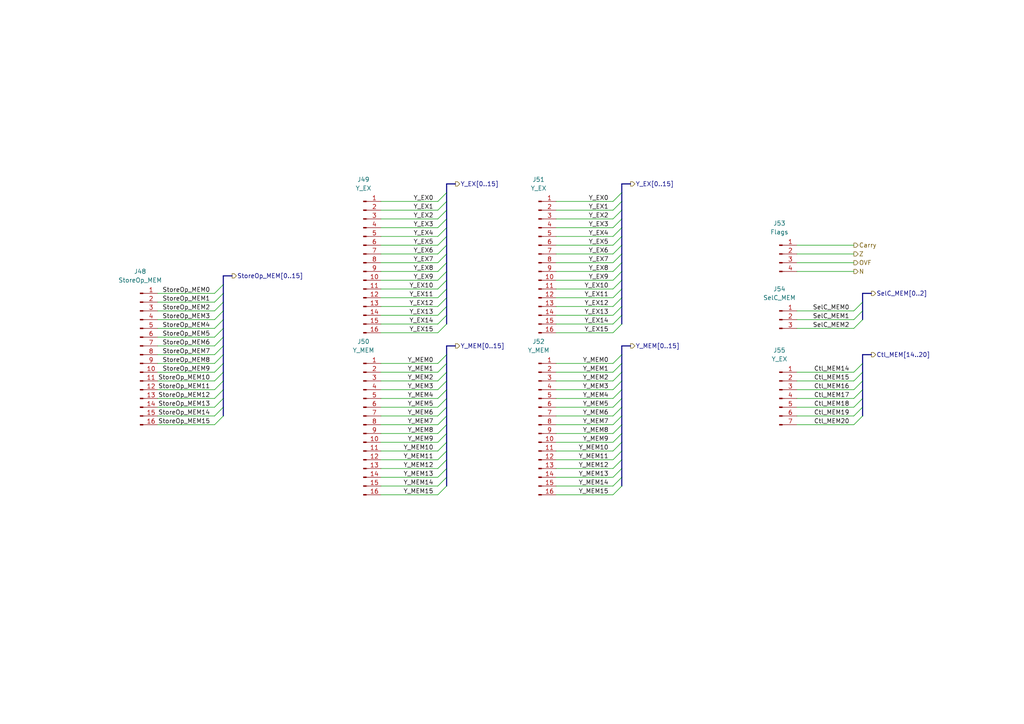
<source format=kicad_sch>
(kicad_sch (version 20230121) (generator eeschema)
  (paper "A4")
  (title_block (title "Turtle16: EX Module Outputs") (date "2023-03-24") (rev "B"))
  (lib_symbols
    (symbol "Connector:Conn_01x03_Pin" (pin_names (offset 1.016) hide)
      (property "Reference" "J" (at 0 5.08 0))
      (property "Value" "Conn_01x03_Pin" (at 0 -5.08 0))
      (symbol "Conn_01x03_Pin_1_1"
        (polyline (pts (xy 1.27 -2.54) (xy 0.8636 -2.54)) (stroke (width 0.1524)))
        (polyline (pts (xy 1.27 0) (xy 0.8636 0)) (stroke (width 0.1524)))
        (polyline (pts (xy 1.27 2.54) (xy 0.8636 2.54)) (stroke (width 0.1524)))
        (rectangle (start 0.8636 -2.413) (end 0 -2.667) (stroke (width 0.1524)) (fill (type outline)))
        (rectangle (start 0.8636 0.127) (end 0 -0.127) (stroke (width 0.1524)) (fill (type outline)))
        (rectangle (start 0.8636 2.667) (end 0 2.413) (stroke (width 0.1524)) (fill (type outline)))
        (pin passive line (at 5.08 2.54 180) (length 3.81) (name "Pin_1") (number "1"))
        (pin passive line (at 5.08 0 180) (length 3.81) (name "Pin_2") (number "2"))
        (pin passive line (at 5.08 -2.54 180) (length 3.81) (name "Pin_3") (number "3"))
      )
    )
    (symbol "Connector:Conn_01x04_Pin" (pin_names (offset 1.016) hide)
      (property "Reference" "J" (at 0 5.08 0))
      (property "Value" "Conn_01x04_Pin" (at 0 -7.62 0))
      (symbol "Conn_01x04_Pin_1_1"
        (polyline (pts (xy 1.27 -5.08) (xy 0.8636 -5.08)) (stroke (width 0.1524)))
        (polyline (pts (xy 1.27 -2.54) (xy 0.8636 -2.54)) (stroke (width 0.1524)))
        (polyline (pts (xy 1.27 0) (xy 0.8636 0)) (stroke (width 0.1524)))
        (polyline (pts (xy 1.27 2.54) (xy 0.8636 2.54)) (stroke (width 0.1524)))
        (rectangle (start 0.8636 -4.953) (end 0 -5.207) (stroke (width 0.1524)) (fill (type outline)))
        (rectangle (start 0.8636 -2.413) (end 0 -2.667) (stroke (width 0.1524)) (fill (type outline)))
        (rectangle (start 0.8636 0.127) (end 0 -0.127) (stroke (width 0.1524)) (fill (type outline)))
        (rectangle (start 0.8636 2.667) (end 0 2.413) (stroke (width 0.1524)) (fill (type outline)))
        (pin passive line (at 5.08 2.54 180) (length 3.81) (name "Pin_1") (number "1"))
        (pin passive line (at 5.08 0 180) (length 3.81) (name "Pin_2") (number "2"))
        (pin passive line (at 5.08 -2.54 180) (length 3.81) (name "Pin_3") (number "3"))
        (pin passive line (at 5.08 -5.08 180) (length 3.81) (name "Pin_4") (number "4"))
      )
    )
    (symbol "Connector:Conn_01x07_Pin" (pin_names (offset 1.016) hide)
      (property "Reference" "J" (at 0 10.16 0))
      (property "Value" "Conn_01x07_Pin" (at 0 -10.16 0))
      (symbol "Conn_01x07_Pin_1_1"
        (polyline (pts (xy 1.27 -7.62) (xy 0.8636 -7.62)) (stroke (width 0.1524)))
        (polyline (pts (xy 1.27 -5.08) (xy 0.8636 -5.08)) (stroke (width 0.1524)))
        (polyline (pts (xy 1.27 -2.54) (xy 0.8636 -2.54)) (stroke (width 0.1524)))
        (polyline (pts (xy 1.27 0) (xy 0.8636 0)) (stroke (width 0.1524)))
        (polyline (pts (xy 1.27 2.54) (xy 0.8636 2.54)) (stroke (width 0.1524)))
        (polyline (pts (xy 1.27 5.08) (xy 0.8636 5.08)) (stroke (width 0.1524)))
        (polyline (pts (xy 1.27 7.62) (xy 0.8636 7.62)) (stroke (width 0.1524)))
        (rectangle (start 0.8636 -7.493) (end 0 -7.747) (stroke (width 0.1524)) (fill (type outline)))
        (rectangle (start 0.8636 -4.953) (end 0 -5.207) (stroke (width 0.1524)) (fill (type outline)))
        (rectangle (start 0.8636 -2.413) (end 0 -2.667) (stroke (width 0.1524)) (fill (type outline)))
        (rectangle (start 0.8636 0.127) (end 0 -0.127) (stroke (width 0.1524)) (fill (type outline)))
        (rectangle (start 0.8636 2.667) (end 0 2.413) (stroke (width 0.1524)) (fill (type outline)))
        (rectangle (start 0.8636 5.207) (end 0 4.953) (stroke (width 0.1524)) (fill (type outline)))
        (rectangle (start 0.8636 7.747) (end 0 7.493) (stroke (width 0.1524)) (fill (type outline)))
        (pin passive line (at 5.08 7.62 180) (length 3.81) (name "Pin_1") (number "1"))
        (pin passive line (at 5.08 5.08 180) (length 3.81) (name "Pin_2") (number "2"))
        (pin passive line (at 5.08 2.54 180) (length 3.81) (name "Pin_3") (number "3"))
        (pin passive line (at 5.08 0 180) (length 3.81) (name "Pin_4") (number "4"))
        (pin passive line (at 5.08 -2.54 180) (length 3.81) (name "Pin_5") (number "5"))
        (pin passive line (at 5.08 -5.08 180) (length 3.81) (name "Pin_6") (number "6"))
        (pin passive line (at 5.08 -7.62 180) (length 3.81) (name "Pin_7") (number "7"))
      )
    )
    (symbol "Connector:Conn_01x16_Pin" (pin_names (offset 1.016) hide)
      (property "Reference" "J" (at 0 20.32 0))
      (property "Value" "Conn_01x16_Pin" (at 0 -22.86 0))
      (symbol "Conn_01x16_Pin_1_1"
        (polyline (pts (xy 1.27 -20.32) (xy 0.8636 -20.32)) (stroke (width 0.1524)))
        (polyline (pts (xy 1.27 -17.78) (xy 0.8636 -17.78)) (stroke (width 0.1524)))
        (polyline (pts (xy 1.27 -15.24) (xy 0.8636 -15.24)) (stroke (width 0.1524)))
        (polyline (pts (xy 1.27 -12.7) (xy 0.8636 -12.7)) (stroke (width 0.1524)))
        (polyline (pts (xy 1.27 -10.16) (xy 0.8636 -10.16)) (stroke (width 0.1524)))
        (polyline (pts (xy 1.27 -7.62) (xy 0.8636 -7.62)) (stroke (width 0.1524)))
        (polyline (pts (xy 1.27 -5.08) (xy 0.8636 -5.08)) (stroke (width 0.1524)))
        (polyline (pts (xy 1.27 -2.54) (xy 0.8636 -2.54)) (stroke (width 0.1524)))
        (polyline (pts (xy 1.27 0) (xy 0.8636 0)) (stroke (width 0.1524)))
        (polyline (pts (xy 1.27 2.54) (xy 0.8636 2.54)) (stroke (width 0.1524)))
        (polyline (pts (xy 1.27 5.08) (xy 0.8636 5.08)) (stroke (width 0.1524)))
        (polyline (pts (xy 1.27 7.62) (xy 0.8636 7.62)) (stroke (width 0.1524)))
        (polyline (pts (xy 1.27 10.16) (xy 0.8636 10.16)) (stroke (width 0.1524)))
        (polyline (pts (xy 1.27 12.7) (xy 0.8636 12.7)) (stroke (width 0.1524)))
        (polyline (pts (xy 1.27 15.24) (xy 0.8636 15.24)) (stroke (width 0.1524)))
        (polyline (pts (xy 1.27 17.78) (xy 0.8636 17.78)) (stroke (width 0.1524)))
        (rectangle (start 0.8636 -20.193) (end 0 -20.447) (stroke (width 0.1524)) (fill (type outline)))
        (rectangle (start 0.8636 -17.653) (end 0 -17.907) (stroke (width 0.1524)) (fill (type outline)))
        (rectangle (start 0.8636 -15.113) (end 0 -15.367) (stroke (width 0.1524)) (fill (type outline)))
        (rectangle (start 0.8636 -12.573) (end 0 -12.827) (stroke (width 0.1524)) (fill (type outline)))
        (rectangle (start 0.8636 -10.033) (end 0 -10.287) (stroke (width 0.1524)) (fill (type outline)))
        (rectangle (start 0.8636 -7.493) (end 0 -7.747) (stroke (width 0.1524)) (fill (type outline)))
        (rectangle (start 0.8636 -4.953) (end 0 -5.207) (stroke (width 0.1524)) (fill (type outline)))
        (rectangle (start 0.8636 -2.413) (end 0 -2.667) (stroke (width 0.1524)) (fill (type outline)))
        (rectangle (start 0.8636 0.127) (end 0 -0.127) (stroke (width 0.1524)) (fill (type outline)))
        (rectangle (start 0.8636 2.667) (end 0 2.413) (stroke (width 0.1524)) (fill (type outline)))
        (rectangle (start 0.8636 5.207) (end 0 4.953) (stroke (width 0.1524)) (fill (type outline)))
        (rectangle (start 0.8636 7.747) (end 0 7.493) (stroke (width 0.1524)) (fill (type outline)))
        (rectangle (start 0.8636 10.287) (end 0 10.033) (stroke (width 0.1524)) (fill (type outline)))
        (rectangle (start 0.8636 12.827) (end 0 12.573) (stroke (width 0.1524)) (fill (type outline)))
        (rectangle (start 0.8636 15.367) (end 0 15.113) (stroke (width 0.1524)) (fill (type outline)))
        (rectangle (start 0.8636 17.907) (end 0 17.653) (stroke (width 0.1524)) (fill (type outline)))
        (pin passive line (at 5.08 17.78 180) (length 3.81) (name "Pin_1") (number "1"))
        (pin passive line (at 5.08 -5.08 180) (length 3.81) (name "Pin_10") (number "10"))
        (pin passive line (at 5.08 -7.62 180) (length 3.81) (name "Pin_11") (number "11"))
        (pin passive line (at 5.08 -10.16 180) (length 3.81) (name "Pin_12") (number "12"))
        (pin passive line (at 5.08 -12.7 180) (length 3.81) (name "Pin_13") (number "13"))
        (pin passive line (at 5.08 -15.24 180) (length 3.81) (name "Pin_14") (number "14"))
        (pin passive line (at 5.08 -17.78 180) (length 3.81) (name "Pin_15") (number "15"))
        (pin passive line (at 5.08 -20.32 180) (length 3.81) (name "Pin_16") (number "16"))
        (pin passive line (at 5.08 15.24 180) (length 3.81) (name "Pin_2") (number "2"))
        (pin passive line (at 5.08 12.7 180) (length 3.81) (name "Pin_3") (number "3"))
        (pin passive line (at 5.08 10.16 180) (length 3.81) (name "Pin_4") (number "4"))
        (pin passive line (at 5.08 7.62 180) (length 3.81) (name "Pin_5") (number "5"))
        (pin passive line (at 5.08 5.08 180) (length 3.81) (name "Pin_6") (number "6"))
        (pin passive line (at 5.08 2.54 180) (length 3.81) (name "Pin_7") (number "7"))
        (pin passive line (at 5.08 0 180) (length 3.81) (name "Pin_8") (number "8"))
        (pin passive line (at 5.08 -2.54 180) (length 3.81) (name "Pin_9") (number "9"))
      )
    )
  )
  (bus_entry (at 250.19 105.41) (size -2.54 2.54))
  (bus_entry (at 129.54 138.43) (size -2.54 2.54))
  (bus_entry (at 64.77 110.49) (size -2.54 2.54))
  (bus_entry (at 129.54 93.98) (size -2.54 2.54))
  (bus_entry (at 64.77 92.71) (size -2.54 2.54))
  (bus_entry (at 180.34 113.03) (size -2.54 2.54))
  (bus_entry (at 129.54 81.28) (size -2.54 2.54))
  (bus_entry (at 64.77 82.55) (size -2.54 2.54))
  (bus_entry (at 64.77 102.87) (size -2.54 2.54))
  (bus_entry (at 180.34 107.95) (size -2.54 2.54))
  (bus_entry (at 180.34 63.5) (size -2.54 2.54))
  (bus_entry (at 180.34 66.04) (size -2.54 2.54))
  (bus_entry (at 180.34 83.82) (size -2.54 2.54))
  (bus_entry (at 64.77 105.41) (size -2.54 2.54))
  (bus_entry (at 129.54 60.96) (size -2.54 2.54))
  (bus_entry (at 180.34 81.28) (size -2.54 2.54))
  (bus_entry (at 64.77 100.33) (size -2.54 2.54))
  (bus_entry (at 129.54 125.73) (size -2.54 2.54))
  (bus_entry (at 250.19 92.71) (size -2.54 2.54))
  (bus_entry (at 180.34 93.98) (size -2.54 2.54))
  (bus_entry (at 180.34 55.88) (size -2.54 2.54))
  (bus_entry (at 129.54 73.66) (size -2.54 2.54))
  (bus_entry (at 64.77 87.63) (size -2.54 2.54))
  (bus_entry (at 180.34 86.36) (size -2.54 2.54))
  (bus_entry (at 180.34 68.58) (size -2.54 2.54))
  (bus_entry (at 64.77 90.17) (size -2.54 2.54))
  (bus_entry (at 180.34 102.87) (size -2.54 2.54))
  (bus_entry (at 180.34 78.74) (size -2.54 2.54))
  (bus_entry (at 129.54 120.65) (size -2.54 2.54))
  (bus_entry (at 129.54 133.35) (size -2.54 2.54))
  (bus_entry (at 129.54 107.95) (size -2.54 2.54))
  (bus_entry (at 250.19 107.95) (size -2.54 2.54))
  (bus_entry (at 129.54 91.44) (size -2.54 2.54))
  (bus_entry (at 129.54 76.2) (size -2.54 2.54))
  (bus_entry (at 129.54 68.58) (size -2.54 2.54))
  (bus_entry (at 129.54 55.88) (size -2.54 2.54))
  (bus_entry (at 64.77 107.95) (size -2.54 2.54))
  (bus_entry (at 180.34 58.42) (size -2.54 2.54))
  (bus_entry (at 180.34 130.81) (size -2.54 2.54))
  (bus_entry (at 250.19 118.11) (size -2.54 2.54))
  (bus_entry (at 129.54 88.9) (size -2.54 2.54))
  (bus_entry (at 129.54 83.82) (size -2.54 2.54))
  (bus_entry (at 129.54 102.87) (size -2.54 2.54))
  (bus_entry (at 180.34 88.9) (size -2.54 2.54))
  (bus_entry (at 250.19 90.17) (size -2.54 2.54))
  (bus_entry (at 180.34 110.49) (size -2.54 2.54))
  (bus_entry (at 180.34 123.19) (size -2.54 2.54))
  (bus_entry (at 129.54 105.41) (size -2.54 2.54))
  (bus_entry (at 64.77 118.11) (size -2.54 2.54))
  (bus_entry (at 250.19 87.63) (size -2.54 2.54))
  (bus_entry (at 129.54 118.11) (size -2.54 2.54))
  (bus_entry (at 64.77 97.79) (size -2.54 2.54))
  (bus_entry (at 129.54 135.89) (size -2.54 2.54))
  (bus_entry (at 129.54 71.12) (size -2.54 2.54))
  (bus_entry (at 250.19 120.65) (size -2.54 2.54))
  (bus_entry (at 129.54 113.03) (size -2.54 2.54))
  (bus_entry (at 129.54 130.81) (size -2.54 2.54))
  (bus_entry (at 250.19 113.03) (size -2.54 2.54))
  (bus_entry (at 180.34 140.97) (size -2.54 2.54))
  (bus_entry (at 129.54 140.97) (size -2.54 2.54))
  (bus_entry (at 64.77 113.03) (size -2.54 2.54))
  (bus_entry (at 250.19 115.57) (size -2.54 2.54))
  (bus_entry (at 180.34 115.57) (size -2.54 2.54))
  (bus_entry (at 64.77 120.65) (size -2.54 2.54))
  (bus_entry (at 180.34 60.96) (size -2.54 2.54))
  (bus_entry (at 129.54 66.04) (size -2.54 2.54))
  (bus_entry (at 180.34 125.73) (size -2.54 2.54))
  (bus_entry (at 180.34 73.66) (size -2.54 2.54))
  (bus_entry (at 129.54 123.19) (size -2.54 2.54))
  (bus_entry (at 180.34 120.65) (size -2.54 2.54))
  (bus_entry (at 180.34 118.11) (size -2.54 2.54))
  (bus_entry (at 250.19 110.49) (size -2.54 2.54))
  (bus_entry (at 180.34 91.44) (size -2.54 2.54))
  (bus_entry (at 64.77 115.57) (size -2.54 2.54))
  (bus_entry (at 129.54 63.5) (size -2.54 2.54))
  (bus_entry (at 129.54 86.36) (size -2.54 2.54))
  (bus_entry (at 64.77 85.09) (size -2.54 2.54))
  (bus_entry (at 129.54 128.27) (size -2.54 2.54))
  (bus_entry (at 180.34 76.2) (size -2.54 2.54))
  (bus_entry (at 64.77 95.25) (size -2.54 2.54))
  (bus_entry (at 180.34 128.27) (size -2.54 2.54))
  (bus_entry (at 129.54 78.74) (size -2.54 2.54))
  (bus_entry (at 180.34 135.89) (size -2.54 2.54))
  (bus_entry (at 129.54 58.42) (size -2.54 2.54))
  (bus_entry (at 180.34 71.12) (size -2.54 2.54))
  (bus_entry (at 129.54 115.57) (size -2.54 2.54))
  (bus_entry (at 180.34 133.35) (size -2.54 2.54))
  (bus_entry (at 129.54 110.49) (size -2.54 2.54))
  (bus_entry (at 180.34 138.43) (size -2.54 2.54))
  (bus_entry (at 180.34 105.41) (size -2.54 2.54))
  (bus (pts (xy 180.34 58.42) (xy 180.34 60.96)))
  (wire (pts (xy 127 91.44) (xy 110.49 91.44)))
  (bus (pts (xy 129.54 66.04) (xy 129.54 68.58)))
  (wire (pts (xy 177.8 88.9) (xy 161.29 88.9)))
  (wire (pts (xy 127 63.5) (xy 110.49 63.5)))
  (wire (pts (xy 127 88.9) (xy 110.49 88.9)))
  (bus (pts (xy 180.34 107.95) (xy 180.34 110.49)))
  (wire (pts (xy 127 78.74) (xy 110.49 78.74)))
  (bus (pts (xy 64.77 95.25) (xy 64.77 97.79)))
  (bus (pts (xy 180.34 113.03) (xy 180.34 115.57)))
  (bus (pts (xy 180.34 135.89) (xy 180.34 138.43)))
  (wire (pts (xy 177.8 81.28) (xy 161.29 81.28)))
  (bus (pts (xy 64.77 105.41) (xy 64.77 107.95)))
  (wire (pts (xy 127 76.2) (xy 110.49 76.2)))
  (wire (pts (xy 177.8 83.82) (xy 161.29 83.82)))
  (wire (pts (xy 247.65 71.12) (xy 231.14 71.12)))
  (wire (pts (xy 177.8 68.58) (xy 161.29 68.58)))
  (wire (pts (xy 177.8 91.44) (xy 161.29 91.44)))
  (bus (pts (xy 129.54 63.5) (xy 129.54 66.04)))
  (wire (pts (xy 177.8 105.41) (xy 161.29 105.41)))
  (bus (pts (xy 250.19 87.63) (xy 250.19 90.17)))
  (wire (pts (xy 247.65 95.25) (xy 231.14 95.25)))
  (bus (pts (xy 64.77 92.71) (xy 64.77 95.25)))
  (bus (pts (xy 180.34 133.35) (xy 180.34 135.89)))
  (bus (pts (xy 129.54 138.43) (xy 129.54 140.97)))
  (wire (pts (xy 62.23 113.03) (xy 45.72 113.03)))
  (wire (pts (xy 127 81.28) (xy 110.49 81.28)))
  (bus (pts (xy 129.54 115.57) (xy 129.54 118.11)))
  (wire (pts (xy 62.23 120.65) (xy 45.72 120.65)))
  (bus (pts (xy 64.77 97.79) (xy 64.77 100.33)))
  (bus (pts (xy 182.88 100.33) (xy 180.34 100.33)))
  (wire (pts (xy 177.8 93.98) (xy 161.29 93.98)))
  (wire (pts (xy 177.8 133.35) (xy 161.29 133.35)))
  (bus (pts (xy 129.54 100.33) (xy 129.54 102.87)))
  (wire (pts (xy 127 120.65) (xy 110.49 120.65)))
  (wire (pts (xy 127 96.52) (xy 110.49 96.52)))
  (wire (pts (xy 177.8 123.19) (xy 161.29 123.19)))
  (wire (pts (xy 127 133.35) (xy 110.49 133.35)))
  (wire (pts (xy 62.23 118.11) (xy 45.72 118.11)))
  (bus (pts (xy 67.31 80.01) (xy 64.77 80.01)))
  (bus (pts (xy 129.54 133.35) (xy 129.54 135.89)))
  (bus (pts (xy 250.19 85.09) (xy 250.19 87.63)))
  (wire (pts (xy 247.65 90.17) (xy 231.14 90.17)))
  (wire (pts (xy 62.23 85.09) (xy 45.72 85.09)))
  (wire (pts (xy 62.23 92.71) (xy 45.72 92.71)))
  (bus (pts (xy 64.77 110.49) (xy 64.77 113.03)))
  (wire (pts (xy 62.23 105.41) (xy 45.72 105.41)))
  (wire (pts (xy 62.23 102.87) (xy 45.72 102.87)))
  (wire (pts (xy 247.65 123.19) (xy 231.14 123.19)))
  (wire (pts (xy 177.8 73.66) (xy 161.29 73.66)))
  (wire (pts (xy 177.8 120.65) (xy 161.29 120.65)))
  (wire (pts (xy 127 83.82) (xy 110.49 83.82)))
  (wire (pts (xy 62.23 110.49) (xy 45.72 110.49)))
  (bus (pts (xy 180.34 73.66) (xy 180.34 76.2)))
  (wire (pts (xy 247.65 120.65) (xy 231.14 120.65)))
  (wire (pts (xy 177.8 118.11) (xy 161.29 118.11)))
  (bus (pts (xy 64.77 85.09) (xy 64.77 87.63)))
  (bus (pts (xy 250.19 118.11) (xy 250.19 120.65)))
  (wire (pts (xy 127 143.51) (xy 110.49 143.51)))
  (bus (pts (xy 129.54 135.89) (xy 129.54 138.43)))
  (wire (pts (xy 62.23 97.79) (xy 45.72 97.79)))
  (wire (pts (xy 127 125.73) (xy 110.49 125.73)))
  (wire (pts (xy 177.8 66.04) (xy 161.29 66.04)))
  (bus (pts (xy 180.34 100.33) (xy 180.34 102.87)))
  (bus (pts (xy 250.19 110.49) (xy 250.19 113.03)))
  (bus (pts (xy 129.54 102.87) (xy 129.54 105.41)))
  (wire (pts (xy 127 135.89) (xy 110.49 135.89)))
  (wire (pts (xy 247.65 110.49) (xy 231.14 110.49)))
  (bus (pts (xy 129.54 83.82) (xy 129.54 86.36)))
  (bus (pts (xy 129.54 107.95) (xy 129.54 110.49)))
  (wire (pts (xy 247.65 118.11) (xy 231.14 118.11)))
  (wire (pts (xy 62.23 87.63) (xy 45.72 87.63)))
  (bus (pts (xy 64.77 87.63) (xy 64.77 90.17)))
  (bus (pts (xy 250.19 102.87) (xy 250.19 105.41)))
  (wire (pts (xy 62.23 100.33) (xy 45.72 100.33)))
  (bus (pts (xy 129.54 128.27) (xy 129.54 130.81)))
  (bus (pts (xy 180.34 125.73) (xy 180.34 128.27)))
  (bus (pts (xy 64.77 115.57) (xy 64.77 118.11)))
  (wire (pts (xy 127 73.66) (xy 110.49 73.66)))
  (bus (pts (xy 129.54 60.96) (xy 129.54 63.5)))
  (bus (pts (xy 129.54 123.19) (xy 129.54 125.73)))
  (bus (pts (xy 180.34 78.74) (xy 180.34 81.28)))
  (bus (pts (xy 180.34 71.12) (xy 180.34 73.66)))
  (wire (pts (xy 127 71.12) (xy 110.49 71.12)))
  (bus (pts (xy 129.54 120.65) (xy 129.54 123.19)))
  (wire (pts (xy 177.8 140.97) (xy 161.29 140.97)))
  (wire (pts (xy 247.65 73.66) (xy 231.14 73.66)))
  (wire (pts (xy 177.8 86.36) (xy 161.29 86.36)))
  (wire (pts (xy 177.8 63.5) (xy 161.29 63.5)))
  (bus (pts (xy 129.54 81.28) (xy 129.54 83.82)))
  (bus (pts (xy 252.73 85.09) (xy 250.19 85.09)))
  (bus (pts (xy 64.77 118.11) (xy 64.77 120.65)))
  (bus (pts (xy 180.34 118.11) (xy 180.34 120.65)))
  (bus (pts (xy 64.77 82.55) (xy 64.77 85.09)))
  (wire (pts (xy 177.8 58.42) (xy 161.29 58.42)))
  (bus (pts (xy 180.34 81.28) (xy 180.34 83.82)))
  (bus (pts (xy 64.77 90.17) (xy 64.77 92.71)))
  (bus (pts (xy 132.08 53.34) (xy 129.54 53.34)))
  (wire (pts (xy 127 128.27) (xy 110.49 128.27)))
  (bus (pts (xy 250.19 115.57) (xy 250.19 118.11)))
  (bus (pts (xy 129.54 58.42) (xy 129.54 60.96)))
  (wire (pts (xy 247.65 113.03) (xy 231.14 113.03)))
  (wire (pts (xy 177.8 76.2) (xy 161.29 76.2)))
  (wire (pts (xy 127 130.81) (xy 110.49 130.81)))
  (bus (pts (xy 129.54 78.74) (xy 129.54 81.28)))
  (bus (pts (xy 180.34 120.65) (xy 180.34 123.19)))
  (bus (pts (xy 180.34 86.36) (xy 180.34 88.9)))
  (wire (pts (xy 177.8 135.89) (xy 161.29 135.89)))
  (bus (pts (xy 129.54 76.2) (xy 129.54 78.74)))
  (wire (pts (xy 177.8 96.52) (xy 161.29 96.52)))
  (wire (pts (xy 247.65 115.57) (xy 231.14 115.57)))
  (wire (pts (xy 127 86.36) (xy 110.49 86.36)))
  (wire (pts (xy 247.65 92.71) (xy 231.14 92.71)))
  (wire (pts (xy 177.8 143.51) (xy 161.29 143.51)))
  (bus (pts (xy 180.34 68.58) (xy 180.34 71.12)))
  (bus (pts (xy 129.54 88.9) (xy 129.54 91.44)))
  (bus (pts (xy 64.77 100.33) (xy 64.77 102.87)))
  (wire (pts (xy 177.8 138.43) (xy 161.29 138.43)))
  (bus (pts (xy 64.77 80.01) (xy 64.77 82.55)))
  (wire (pts (xy 127 107.95) (xy 110.49 107.95)))
  (bus (pts (xy 180.34 55.88) (xy 180.34 58.42)))
  (bus (pts (xy 129.54 71.12) (xy 129.54 73.66)))
  (wire (pts (xy 177.8 130.81) (xy 161.29 130.81)))
  (bus (pts (xy 129.54 105.41) (xy 129.54 107.95)))
  (wire (pts (xy 127 138.43) (xy 110.49 138.43)))
  (wire (pts (xy 247.65 78.74) (xy 231.14 78.74)))
  (wire (pts (xy 177.8 113.03) (xy 161.29 113.03)))
  (wire (pts (xy 127 68.58) (xy 110.49 68.58)))
  (bus (pts (xy 180.34 110.49) (xy 180.34 113.03)))
  (wire (pts (xy 177.8 78.74) (xy 161.29 78.74)))
  (wire (pts (xy 127 66.04) (xy 110.49 66.04)))
  (bus (pts (xy 129.54 110.49) (xy 129.54 113.03)))
  (wire (pts (xy 177.8 115.57) (xy 161.29 115.57)))
  (wire (pts (xy 62.23 90.17) (xy 45.72 90.17)))
  (wire (pts (xy 127 115.57) (xy 110.49 115.57)))
  (bus (pts (xy 64.77 113.03) (xy 64.77 115.57)))
  (bus (pts (xy 180.34 123.19) (xy 180.34 125.73)))
  (wire (pts (xy 127 58.42) (xy 110.49 58.42)))
  (wire (pts (xy 127 60.96) (xy 110.49 60.96)))
  (bus (pts (xy 129.54 125.73) (xy 129.54 128.27)))
  (bus (pts (xy 129.54 68.58) (xy 129.54 71.12)))
  (bus (pts (xy 129.54 113.03) (xy 129.54 115.57)))
  (wire (pts (xy 127 140.97) (xy 110.49 140.97)))
  (wire (pts (xy 62.23 95.25) (xy 45.72 95.25)))
  (wire (pts (xy 177.8 110.49) (xy 161.29 110.49)))
  (bus (pts (xy 180.34 83.82) (xy 180.34 86.36)))
  (bus (pts (xy 250.19 107.95) (xy 250.19 110.49)))
  (bus (pts (xy 180.34 130.81) (xy 180.34 133.35)))
  (wire (pts (xy 127 110.49) (xy 110.49 110.49)))
  (bus (pts (xy 180.34 138.43) (xy 180.34 140.97)))
  (bus (pts (xy 252.73 102.87) (xy 250.19 102.87)))
  (wire (pts (xy 127 105.41) (xy 110.49 105.41)))
  (bus (pts (xy 250.19 113.03) (xy 250.19 115.57)))
  (bus (pts (xy 64.77 102.87) (xy 64.77 105.41)))
  (wire (pts (xy 127 123.19) (xy 110.49 123.19)))
  (wire (pts (xy 127 118.11) (xy 110.49 118.11)))
  (bus (pts (xy 180.34 102.87) (xy 180.34 105.41)))
  (bus (pts (xy 180.34 63.5) (xy 180.34 66.04)))
  (wire (pts (xy 247.65 76.2) (xy 231.14 76.2)))
  (wire (pts (xy 247.65 107.95) (xy 231.14 107.95)))
  (wire (pts (xy 127 113.03) (xy 110.49 113.03)))
  (wire (pts (xy 127 93.98) (xy 110.49 93.98)))
  (wire (pts (xy 177.8 71.12) (xy 161.29 71.12)))
  (bus (pts (xy 129.54 55.88) (xy 129.54 58.42)))
  (bus (pts (xy 182.88 53.34) (xy 180.34 53.34)))
  (bus (pts (xy 132.08 100.33) (xy 129.54 100.33)))
  (bus (pts (xy 129.54 91.44) (xy 129.54 93.98)))
  (bus (pts (xy 64.77 107.95) (xy 64.77 110.49)))
  (wire (pts (xy 62.23 123.19) (xy 45.72 123.19)))
  (bus (pts (xy 180.34 76.2) (xy 180.34 78.74)))
  (bus (pts (xy 129.54 73.66) (xy 129.54 76.2)))
  (bus (pts (xy 129.54 130.81) (xy 129.54 133.35)))
  (bus (pts (xy 180.34 115.57) (xy 180.34 118.11)))
  (wire (pts (xy 177.8 107.95) (xy 161.29 107.95)))
  (bus (pts (xy 180.34 66.04) (xy 180.34 68.58)))
  (wire (pts (xy 177.8 128.27) (xy 161.29 128.27)))
  (wire (pts (xy 62.23 115.57) (xy 45.72 115.57)))
  (bus (pts (xy 180.34 105.41) (xy 180.34 107.95)))
  (wire (pts (xy 62.23 107.95) (xy 45.72 107.95)))
  (wire (pts (xy 177.8 125.73) (xy 161.29 125.73)))
  (wire (pts (xy 177.8 60.96) (xy 161.29 60.96)))
  (bus (pts (xy 250.19 105.41) (xy 250.19 107.95)))
  (bus (pts (xy 129.54 118.11) (xy 129.54 120.65)))
  (bus (pts (xy 129.54 86.36) (xy 129.54 88.9)))
  (bus (pts (xy 129.54 53.34) (xy 129.54 55.88)))
  (bus (pts (xy 180.34 128.27) (xy 180.34 130.81)))
  (bus (pts (xy 180.34 60.96) (xy 180.34 63.5)))
  (bus (pts (xy 250.19 90.17) (xy 250.19 92.71)))
  (bus (pts (xy 180.34 53.34) (xy 180.34 55.88)))
  (bus (pts (xy 180.34 88.9) (xy 180.34 91.44)))
  (bus (pts (xy 180.34 91.44) (xy 180.34 93.98)))
  (label "Y_EX2" (at 125.73 63.5 180))
  (label "Y_EX8" (at 125.73 78.74 180))
  (label "Y_EX10" (at 176.53 83.82 180))
  (label "Y_EX12" (at 125.73 88.9 180))
  (label "Ctl_MEM20" (at 246.38 123.19 180))
  (label "Y_MEM3" (at 125.73 113.03 180))
  (label "Y_EX0" (at 125.73 58.42 180))
  (label "StoreOp_MEM1" (at 60.96 87.63 180))
  (label "Y_MEM4" (at 125.73 115.57 180))
  (label "Y_EX8" (at 176.53 78.74 180))
  (label "Y_EX5" (at 125.73 71.12 180))
  (label "Ctl_MEM16" (at 246.38 113.03 180))
  (label "Y_MEM11" (at 125.73 133.35 180))
  (label "Y_EX6" (at 176.53 73.66 180))
  (label "SelC_MEM0" (at 246.38 90.17 180))
  (label "Y_EX4" (at 176.53 68.58 180))
  (label "Y_EX3" (at 176.53 66.04 180))
  (label "Y_MEM3" (at 176.53 113.03 180))
  (label "Y_MEM12" (at 125.73 135.89 180))
  (label "Y_MEM15" (at 176.53 143.51 180))
  (label "Y_MEM8" (at 125.73 125.73 180))
  (label "Y_EX13" (at 176.53 91.44 180))
  (label "StoreOp_MEM8" (at 60.96 105.41 180))
  (label "Y_EX15" (at 125.73 96.52 180))
  (label "StoreOp_MEM12" (at 60.96 115.57 180))
  (label "Y_EX1" (at 125.73 60.96 180))
  (label "Y_MEM5" (at 125.73 118.11 180))
  (label "Y_MEM2" (at 176.53 110.49 180))
  (label "StoreOp_MEM2" (at 60.96 90.17 180))
  (label "StoreOp_MEM4" (at 60.96 95.25 180))
  (label "Y_MEM13" (at 125.73 138.43 180))
  (label "StoreOp_MEM0" (at 60.96 85.09 180))
  (label "Y_MEM2" (at 125.73 110.49 180))
  (label "Y_MEM11" (at 176.53 133.35 180))
  (label "StoreOp_MEM10" (at 60.96 110.49 180))
  (label "Y_MEM0" (at 176.53 105.41 180))
  (label "StoreOp_MEM13" (at 60.96 118.11 180))
  (label "Y_EX7" (at 176.53 76.2 180))
  (label "StoreOp_MEM11" (at 60.96 113.03 180))
  (label "Y_MEM14" (at 176.53 140.97 180))
  (label "Y_EX12" (at 176.53 88.9 180))
  (label "Y_EX4" (at 125.73 68.58 180))
  (label "Y_EX7" (at 125.73 76.2 180))
  (label "Y_EX14" (at 176.53 93.98 180))
  (label "Y_EX9" (at 125.73 81.28 180))
  (label "Y_EX10" (at 125.73 83.82 180))
  (label "StoreOp_MEM14" (at 60.96 120.65 180))
  (label "Ctl_MEM19" (at 246.38 120.65 180))
  (label "StoreOp_MEM5" (at 60.96 97.79 180))
  (label "Y_MEM4" (at 176.53 115.57 180))
  (label "Y_EX15" (at 176.53 96.52 180))
  (label "Y_MEM13" (at 176.53 138.43 180))
  (label "SelC_MEM2" (at 246.38 95.25 180))
  (label "StoreOp_MEM6" (at 60.96 100.33 180))
  (label "Y_MEM8" (at 176.53 125.73 180))
  (label "SelC_MEM1" (at 246.38 92.71 180))
  (label "Y_MEM9" (at 125.73 128.27 180))
  (label "Y_EX9" (at 176.53 81.28 180))
  (label "Y_EX1" (at 176.53 60.96 180))
  (label "Y_MEM7" (at 125.73 123.19 180))
  (label "Y_MEM15" (at 125.73 143.51 180))
  (label "Y_EX6" (at 125.73 73.66 180))
  (label "Y_MEM1" (at 176.53 107.95 180))
  (label "Y_MEM14" (at 125.73 140.97 180))
  (label "Y_EX11" (at 125.73 86.36 180))
  (label "Y_EX0" (at 176.53 58.42 180))
  (label "StoreOp_MEM3" (at 60.96 92.71 180))
  (label "Y_MEM7" (at 176.53 123.19 180))
  (label "Ctl_MEM17" (at 246.38 115.57 180))
  (label "Y_MEM1" (at 125.73 107.95 180))
  (label "StoreOp_MEM9" (at 60.96 107.95 180))
  (label "Y_EX2" (at 176.53 63.5 180))
  (label "StoreOp_MEM15" (at 60.96 123.19 180))
  (label "Y_MEM6" (at 125.73 120.65 180))
  (label "Y_EX3" (at 125.73 66.04 180))
  (label "Y_MEM10" (at 125.73 130.81 180))
  (label "Y_MEM0" (at 125.73 105.41 180))
  (label "StoreOp_MEM7" (at 60.96 102.87 180))
  (label "Y_MEM12" (at 176.53 135.89 180))
  (label "Y_EX11" (at 176.53 86.36 180))
  (label "Y_MEM6" (at 176.53 120.65 180))
  (label "Y_EX5" (at 176.53 71.12 180))
  (label "Ctl_MEM15" (at 246.38 110.49 180))
  (label "Y_MEM9" (at 176.53 128.27 180))
  (label "Y_MEM10" (at 176.53 130.81 180))
  (label "Y_MEM5" (at 176.53 118.11 180))
  (label "Y_EX13" (at 125.73 91.44 180))
  (label "Y_EX14" (at 125.73 93.98 180))
  (label "Ctl_MEM14" (at 246.38 107.95 180))
  (label "Ctl_MEM18" (at 246.38 118.11 180))
  (hierarchical_label "Y_MEM[0..15]" (shape output) (at 182.88 100.33 0))
  (hierarchical_label "Carry" (shape output) (at 247.65 71.12 0))
  (hierarchical_label "StoreOp_MEM[0..15]" (shape output) (at 67.31 80.01 0))
  (hierarchical_label "Z" (shape output) (at 247.65 73.66 0))
  (hierarchical_label "Y_EX[0..15]" (shape output) (at 132.08 53.34 0))
  (hierarchical_label "Y_EX[0..15]" (shape output) (at 182.88 53.34 0))
  (hierarchical_label "SelC_MEM[0..2]" (shape output) (at 252.73 85.09 0))
  (hierarchical_label "OVF" (shape output) (at 247.65 76.2 0))
  (hierarchical_label "N" (shape output) (at 247.65 78.74 0))
  (hierarchical_label "Y_MEM[0..15]" (shape output) (at 132.08 100.33 0))
  (hierarchical_label "Ctl_MEM[14..20]" (shape output) (at 252.73 102.87 0))
  (symbol (lib_id "Connector:Conn_01x04_Pin") (at 226.06 73.66 0) (unit 1)
    (property "Reference" "J53" (at 226.06 64.77 0))
    (property "Value" "Flags" (at 226.06 67.31 0))
    (property "Footprint" "Connector_PinHeader_2.54mm:PinHeader_1x04_P2.54mm_Vertical" (effects hide))
  )
  (symbol (lib_id "Connector:Conn_01x03_Pin") (at 226.06 92.71 0) (unit 1)
    (property "Reference" "J54" (at 226.06 83.82 0))
    (property "Value" "SelC_MEM" (at 226.06 86.36 0))
    (property "Footprint" "Connector_PinHeader_2.54mm:PinHeader_1x03_P2.54mm_Vertical" (effects hide))
  )
  (symbol (lib_id "Connector:Conn_01x16_Pin") (at 156.21 123.19 0) (unit 1)
    (property "Reference" "J52" (at 156.21 99.06 0))
    (property "Value" "Y_MEM" (at 156.21 101.6 0))
    (property "Footprint" "Connector_PinHeader_2.54mm:PinHeader_1x16_P2.54mm_Vertical" (effects hide))
  )
  (symbol (lib_id "Connector:Conn_01x07_Pin") (at 226.06 115.57 0) (unit 1)
    (property "Reference" "J55" (at 226.06 101.6 0))
    (property "Value" "Y_EX" (at 226.06 104.14 0))
    (property "Footprint" "Connector_PinHeader_2.54mm:PinHeader_1x07_P2.54mm_Vertical" (effects hide))
  )
  (symbol (lib_id "Connector:Conn_01x16_Pin") (at 105.41 123.19 0) (unit 1)
    (property "Reference" "J50" (at 105.41 99.06 0))
    (property "Value" "Y_MEM" (at 105.41 101.6 0))
    (property "Footprint" "Connector_PinHeader_2.54mm:PinHeader_1x16_P2.54mm_Vertical" (effects hide))
  )
  (symbol (lib_id "Connector:Conn_01x16_Pin") (at 105.41 76.2 0) (unit 1)
    (property "Reference" "J49" (at 105.41 52.07 0))
    (property "Value" "Y_EX" (at 105.41 54.61 0))
    (property "Footprint" "Connector_PinHeader_2.54mm:PinHeader_1x16_P2.54mm_Vertical" (effects hide))
  )
  (symbol (lib_id "Connector:Conn_01x16_Pin") (at 156.21 76.2 0) (unit 1)
    (property "Reference" "J51" (at 156.21 52.07 0))
    (property "Value" "Y_EX" (at 156.21 54.61 0))
    (property "Footprint" "Connector_PinHeader_2.54mm:PinHeader_1x16_P2.54mm_Vertical" (effects hide))
  )
  (symbol (lib_id "Connector:Conn_01x16_Pin") (at 40.64 102.87 0) (unit 1)
    (property "Reference" "J48" (at 40.64 78.74 0))
    (property "Value" "StoreOp_MEM" (at 40.64 81.28 0))
    (property "Footprint" "Connector_PinHeader_2.54mm:PinHeader_1x16_P2.54mm_Vertical" (effects hide))
  )
)
</source>
